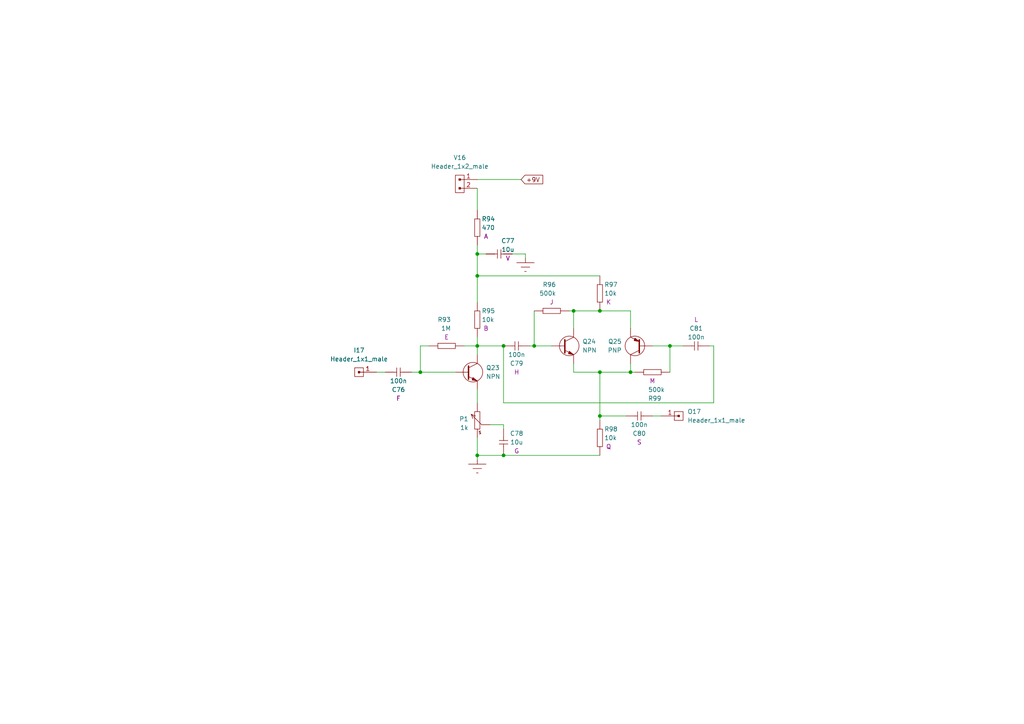
<source format=kicad_sch>
(kicad_sch (version 20211123) (generator eeschema)
  (paper "A4")
  (title_block (title "Pushme Pullyou") (date "2024-04-26") (rev "1") (company "https://github.com/dvhx/ultimate-soldering-exercise"))
  (lib_symbols
    (symbol "dvhx-kicad-library:C" (pin_numbers hide) (pin_names hide)
      (property "Reference" "C" (at 2.286 1.016 0))
      (property "Value" "C" (at 2.286 -1.27 0))
      (symbol "C_0_1"
        (polyline (pts (xy 0 -0.508) (xy 0 -1.27)))
        (polyline (pts (xy 0 1.27) (xy 0 0.508)))
        (polyline (pts (xy 1.27 -0.508) (xy -1.27 -0.508)))
        (polyline (pts (xy 1.27 0.508) (xy -1.27 0.508)))
      )
      (symbol "C_1_1"
        (pin passive line (at 0 3.81 270) (length 2.54) (name "1") (number "1"))
        (pin passive line (at 0 -3.81 90) (length 2.54) (name "2") (number "2"))
      )
    )
    (symbol "dvhx-kicad-library:GND" (power) (pin_numbers hide) (pin_names hide)
      (symbol "GND_0_1"
        (polyline (pts (xy -2.54 -1.27) (xy 2.54 -1.27)))
        (polyline (pts (xy -1.27 -2.54) (xy 1.27 -2.54)))
        (polyline (pts (xy -0.254 -3.81) (xy 0.254 -3.81)))
      )
      (symbol "GND_1_1"
        (pin power_in line (at 0 0 270) (length 1.27) (name "GND") (number "GND"))
      )
    )
    (symbol "dvhx-kicad-library:Header_1x1_male" (pin_names hide)
      (property "Reference" "J" (at -0.254 2.286 0))
      (property "Value" "Header_1x1_male" (at 0 4.191 0))
      (symbol "Header_1x1_male_0_1"
        (rectangle (start -1.27 1.27) (end 1.27 -1.27))
        (rectangle (start -0.254 0.254) (end 0.254 -0.254) (fill (type outline)))
      )
      (symbol "Header_1x1_male_1_1"
        (pin passive line (at -5.08 0 0) (length 5.08) (name "1") (number "1"))
      )
    )
    (symbol "dvhx-kicad-library:Header_1x2_male" (pin_names hide)
      (property "Reference" "J" (at -0.254 2.286 0))
      (property "Value" "Header_1x2_male" (at 0 4.191 0))
      (symbol "Header_1x2_male_0_1"
        (rectangle (start -1.27 1.27) (end 1.27 -3.81))
        (rectangle (start -0.254 -2.286) (end 0.254 -2.794) (fill (type outline)))
        (rectangle (start -0.254 0.254) (end 0.254 -0.254) (fill (type outline)))
      )
      (symbol "Header_1x2_male_1_1"
        (pin passive line (at -5.08 0 0) (length 5.08) (name "1") (number "1"))
        (pin passive line (at -5.08 -2.54 0) (length 5.08) (name "2") (number "2"))
      )
    )
    (symbol "dvhx-kicad-library:NPN" (pin_numbers hide) (pin_names hide)
      (property "Reference" "Q" (at 2.54 1.016 0))
      (property "Value" "NPN" (at 3.81 -1.016 0))
      (symbol "NPN_0_1"
        (circle (center -1.27 0) (radius 2.8398))
        (polyline (pts (xy -3.81 0) (xy -2.54 0)))
        (polyline (pts (xy -2.54 1.778) (xy -2.54 -2.032)) (stroke (width 0.4)))
        (polyline (pts (xy 0 -2.54) (xy -2.54 -1.27)))
        (polyline (pts (xy 0 2.54) (xy -2.54 1.27)))
        (polyline (pts (xy 0 -2.54) (xy -1.524 -2.286) (xy -1.27 -1.524) (xy 0 -2.54)) (fill (type outline)))
      )
      (symbol "NPN_1_1"
        (pin input line (at -6.35 0 0) (length 2.54) (name "B") (number "B"))
        (pin passive line (at 0 5.08 270) (length 2.54) (name "C") (number "C"))
        (pin passive line (at 0 -5.08 90) (length 2.54) (name "E") (number "E"))
      )
    )
    (symbol "dvhx-kicad-library:PNP" (pin_numbers hide) (pin_names hide)
      (property "Reference" "Q" (at 2.54 1.016 0))
      (property "Value" "PNP" (at 3.81 -1.016 0))
      (symbol "PNP_0_1"
        (circle (center -1.27 0) (radius 2.8398))
        (polyline (pts (xy -3.81 0) (xy -2.54 0)))
        (polyline (pts (xy -2.54 1.778) (xy -2.54 -2.032)) (stroke (width 0.4)))
        (polyline (pts (xy 0 -2.54) (xy -2.54 -1.27)))
        (polyline (pts (xy 0 2.54) (xy -2.54 1.27)))
        (polyline (pts (xy -2.54 1.27) (xy -1.27 2.286) (xy -1.016 1.524) (xy -2.54 1.27)) (fill (type outline)))
      )
      (symbol "PNP_1_1"
        (pin input line (at -6.35 0 0) (length 2.54) (name "B") (number "B"))
        (pin passive line (at 0 -5.08 90) (length 2.54) (name "C") (number "C"))
        (pin passive line (at 0 5.08 270) (length 2.54) (name "E") (number "E"))
      )
    )
    (symbol "dvhx-kicad-library:Potentiometer" (pin_numbers hide) (pin_names hide)
      (property "Reference" "P" (at 2.032 1.016 0))
      (property "Value" "Potentiometer" (at 2.032 -1.016 0))
      (symbol "Potentiometer_0_0"
        (text "S" (at -0.762 -3.556 0) (effects (font (size 0.8 0.8))))
      )
      (symbol "Potentiometer_0_1"
        (polyline (pts (xy 1.778 1.778) (xy 0.508 1.27)))
        (polyline (pts (xy -1.27 -1.27) (xy 1.778 1.778) (xy 1.27 0.508)))
        (polyline (pts (xy -0.762 2.54) (xy 0.762 2.54) (xy 0.762 -2.54) (xy -0.762 -2.54) (xy -0.762 2.54)))
      )
      (symbol "Potentiometer_1_1"
        (pin passive line (at 0 5.08 270) (length 2.54) (name "E") (number "E"))
        (pin passive line (at 0 -5.08 90) (length 2.54) (name "S") (number "S"))
        (pin passive line (at -3.81 -1.27 0) (length 2.54) (name "W") (number "W"))
      )
    )
    (symbol "dvhx-kicad-library:R" (pin_numbers hide) (pin_names hide)
      (property "Reference" "R" (at 2.032 1.016 0))
      (property "Value" "R" (at 2.032 -1.016 0))
      (symbol "R_0_1"
        (polyline (pts (xy -0.762 2.54) (xy 0.762 2.54) (xy 0.762 -2.54) (xy -0.762 -2.54) (xy -0.762 2.54)))
      )
      (symbol "R_1_1"
        (pin passive line (at 0 5.08 270) (length 2.54) (name "1") (number "1"))
        (pin passive line (at 0 -5.08 90) (length 2.54) (name "2") (number "2"))
      )
    )
  )
  (junction (at 173.99 120.65))
  (junction (at 121.92 107.95))
  (junction (at 182.88 107.95))
  (junction (at 138.43 132.08))
  (junction (at 154.94 100.33))
  (junction (at 194.31 100.33))
  (junction (at 146.05 100.33))
  (junction (at 173.99 90.17))
  (junction (at 146.05 132.08))
  (junction (at 173.99 107.95))
  (junction (at 166.37 90.17))
  (junction (at 138.43 80.01))
  (junction (at 138.43 100.33))
  (junction (at 138.43 73.66))
  (wire (pts (xy 166.37 90.17) (xy 166.37 95.25)))
  (wire (pts (xy 146.05 132.08) (xy 173.99 132.08)))
  (wire (pts (xy 166.37 107.95) (xy 166.37 105.41)))
  (wire (pts (xy 138.43 100.33) (xy 138.43 102.87)))
  (wire (pts (xy 154.94 90.17) (xy 154.94 100.33)))
  (wire (pts (xy 173.99 90.17) (xy 182.88 90.17)))
  (wire (pts (xy 166.37 107.95) (xy 173.99 107.95)))
  (wire (pts (xy 132.08 107.95) (xy 121.92 107.95)))
  (wire (pts (xy 121.92 100.33) (xy 124.46 100.33)))
  (wire (pts (xy 207.01 116.84) (xy 207.01 100.33)))
  (wire (pts (xy 138.43 127) (xy 138.43 132.08)))
  (wire (pts (xy 189.23 100.33) (xy 194.31 100.33)))
  (wire (pts (xy 138.43 97.79) (xy 138.43 100.33)))
  (wire (pts (xy 138.43 132.08) (xy 138.43 133.35)))
  (wire (pts (xy 138.43 132.08) (xy 146.05 132.08)))
  (wire (pts (xy 152.4 73.66) (xy 152.4 74.93)))
  (wire (pts (xy 138.43 100.33) (xy 146.05 100.33)))
  (wire (pts (xy 166.37 90.17) (xy 173.99 90.17)))
  (wire (pts (xy 182.88 107.95) (xy 182.88 105.41)))
  (wire (pts (xy 138.43 80.01) (xy 138.43 87.63)))
  (wire (pts (xy 207.01 100.33) (xy 205.74 100.33)))
  (wire (pts (xy 148.59 73.66) (xy 152.4 73.66)))
  (wire (pts (xy 146.05 116.84) (xy 207.01 116.84)))
  (wire (pts (xy 134.62 100.33) (xy 138.43 100.33)))
  (wire (pts (xy 173.99 107.95) (xy 182.88 107.95)))
  (wire (pts (xy 119.38 107.95) (xy 121.92 107.95)))
  (wire (pts (xy 181.61 120.65) (xy 173.99 120.65)))
  (wire (pts (xy 138.43 73.66) (xy 138.43 80.01)))
  (wire (pts (xy 121.92 100.33) (xy 121.92 107.95)))
  (wire (pts (xy 142.24 123.19) (xy 146.05 123.19)))
  (wire (pts (xy 189.23 120.65) (xy 191.77 120.65)))
  (wire (pts (xy 146.05 100.33) (xy 146.05 116.84)))
  (wire (pts (xy 182.88 107.95) (xy 184.15 107.95)))
  (wire (pts (xy 198.12 100.33) (xy 194.31 100.33)))
  (wire (pts (xy 109.22 107.95) (xy 111.76 107.95)))
  (wire (pts (xy 146.05 124.46) (xy 146.05 123.19)))
  (wire (pts (xy 140.97 73.66) (xy 138.43 73.66)))
  (wire (pts (xy 165.1 90.17) (xy 166.37 90.17)))
  (wire (pts (xy 194.31 107.95) (xy 194.31 100.33)))
  (wire (pts (xy 154.94 100.33) (xy 160.02 100.33)))
  (wire (pts (xy 138.43 113.03) (xy 138.43 116.84)))
  (wire (pts (xy 151.13 52.07) (xy 138.43 52.07)))
  (wire (pts (xy 182.88 95.25) (xy 182.88 90.17)))
  (wire (pts (xy 138.43 54.61) (xy 138.43 60.96)))
  (wire (pts (xy 138.43 71.12) (xy 138.43 73.66)))
  (wire (pts (xy 153.67 100.33) (xy 154.94 100.33)))
  (wire (pts (xy 173.99 120.65) (xy 173.99 121.92)))
  (wire (pts (xy 138.43 80.01) (xy 173.99 80.01)))
  (wire (pts (xy 173.99 107.95) (xy 173.99 120.65)))
  (global_label "+9V" (shape input) (at 151.13 52.07 0) (property "Intersheet References" "${INTERSHEET_REFS}" (effects hide)))
  (symbol (lib_id "dvhx-kicad-library:Header_1x2_male") (at 133.35 52.07 0) (mirror y) (unit 1)
    (property "Reference" "V16" (at 133.35 45.72 0))
    (property "Value" "Header_1x2_male" (at 133.35 48.26 0))
    (property "Footprint" "dvhx-kicad-library:Header_1x2_male_upright" (effects hide))
  )
  (symbol (lib_id "dvhx-kicad-library:R") (at 173.99 85.09 0) (unit 1)
    (property "Reference" "R97" (at 175.26 82.55 0) (effects (justify left)))
    (property "Value" "10k" (at 175.26 85.09 0) (effects (justify left)))
    (property "Footprint" "dvhx-kicad-library:Resistor_0805" (effects hide))
    (property "Field4" "K" (at 176.53 87.63 0))
  )
  (symbol (lib_id "dvhx-kicad-library:R") (at 160.02 90.17 90) (unit 1)
    (property "Reference" "R96" (at 161.29 82.55 90) (effects (justify left)))
    (property "Value" "500k" (at 161.29 85.09 90) (effects (justify left)))
    (property "Footprint" "dvhx-kicad-library:Resistor_0805" (effects hide))
    (property "Field4" "J" (at 160.02 87.63 90))
  )
  (symbol (lib_id "dvhx-kicad-library:NPN") (at 138.43 107.95 0) (unit 1)
    (property "Reference" "Q23" (at 140.97 106.6799 0) (effects (justify left)))
    (property "Value" "NPN" (at 140.97 109.2199 0) (effects (justify left)))
    (property "Footprint" "dvhx-kicad-library:SOT23-BEC" (effects hide))
  )
  (symbol (lib_id "dvhx-kicad-library:C") (at 149.86 100.33 270) (unit 1)
    (property "Reference" "C79" (at 149.86 105.41 90))
    (property "Value" "100n" (at 149.86 102.87 90))
    (property "Footprint" "dvhx-kicad-library:Capacitor_0805" (effects hide))
    (property "Field4" "H" (at 149.86 107.95 90))
  )
  (symbol (lib_id "dvhx-kicad-library:R") (at 173.99 127 0) (unit 1)
    (property "Reference" "R98" (at 175.26 124.46 0) (effects (justify left)))
    (property "Value" "10k" (at 175.26 127 0) (effects (justify left)))
    (property "Footprint" "dvhx-kicad-library:Resistor_0805" (effects hide))
    (property "Field4" "Q" (at 176.53 129.54 0))
  )
  (symbol (lib_id "dvhx-kicad-library:Header_1x1_male") (at 196.85 120.65 0) (unit 1)
    (property "Reference" "O17" (at 199.39 119.3799 0) (effects (justify left)))
    (property "Value" "Header_1x1_male" (at 199.39 121.9199 0) (effects (justify left)))
    (property "Footprint" "dvhx-kicad-library:Header_1x1_male_upright" (effects hide))
  )
  (symbol (lib_id "dvhx-kicad-library:NPN") (at 166.37 100.33 0) (unit 1)
    (property "Reference" "Q24" (at 168.91 99.0599 0) (effects (justify left)))
    (property "Value" "NPN" (at 168.91 101.5999 0) (effects (justify left)))
    (property "Footprint" "dvhx-kicad-library:SOT23-BEC" (effects hide))
  )
  (symbol (lib_id "dvhx-kicad-library:C") (at 201.93 100.33 90) (unit 1)
    (property "Reference" "C81" (at 201.93 95.25 90))
    (property "Value" "100n" (at 201.93 97.79 90))
    (property "Footprint" "dvhx-kicad-library:Capacitor_0805" (effects hide))
    (property "Field4" "L" (at 201.93 92.71 90))
  )
  (symbol (lib_id "dvhx-kicad-library:Header_1x1_male") (at 104.14 107.95 180) (unit 1)
    (property "Reference" "I17" (at 104.14 101.6 0))
    (property "Value" "Header_1x1_male" (at 104.14 104.14 0))
    (property "Footprint" "dvhx-kicad-library:Header_1x1_male_upright" (effects hide))
  )
  (symbol (lib_id "dvhx-kicad-library:R") (at 138.43 66.04 0) (unit 1)
    (property "Reference" "R94" (at 139.7 63.5 0) (effects (justify left)))
    (property "Value" "470" (at 139.7 66.04 0) (effects (justify left)))
    (property "Footprint" "dvhx-kicad-library:Resistor_0805" (effects hide))
    (property "Field4" "A" (at 140.97 68.58 0))
  )
  (symbol (lib_id "dvhx-kicad-library:C") (at 144.78 73.66 270) (unit 1)
    (property "Reference" "C77" (at 147.32 69.85 90))
    (property "Value" "10u" (at 147.32 72.39 90))
    (property "Footprint" "dvhx-kicad-library:Capacitor_0805" (effects hide))
    (property "Field4" "V" (at 147.32 74.93 90))
  )
  (symbol (lib_id "dvhx-kicad-library:C") (at 115.57 107.95 270) (unit 1)
    (property "Reference" "C76" (at 115.57 113.03 90))
    (property "Value" "100n" (at 115.57 110.49 90))
    (property "Footprint" "dvhx-kicad-library:Capacitor_0805" (effects hide))
    (property "Field4" "F" (at 115.57 115.57 90))
  )
  (symbol (lib_id "dvhx-kicad-library:R") (at 129.54 100.33 90) (unit 1)
    (property "Reference" "R93" (at 130.81 92.71 90) (effects (justify left)))
    (property "Value" "1M" (at 130.81 95.25 90) (effects (justify left)))
    (property "Footprint" "dvhx-kicad-library:Resistor_0805" (effects hide))
    (property "Field4" "E" (at 129.54 97.79 90))
  )
  (symbol (lib_id "dvhx-kicad-library:C") (at 185.42 120.65 270) (unit 1)
    (property "Reference" "C80" (at 185.42 125.73 90))
    (property "Value" "100n" (at 185.42 123.19 90))
    (property "Footprint" "dvhx-kicad-library:Capacitor_0805" (effects hide))
    (property "Field4" "S" (at 185.42 128.27 90))
  )
  (symbol (lib_id "dvhx-kicad-library:Potentiometer") (at 138.43 121.92 0) (mirror y) (unit 1)
    (property "Reference" "P1" (at 135.89 121.5174 0) (effects (justify left)))
    (property "Value" "1k" (at 135.89 124.0574 0) (effects (justify left)))
    (property "Footprint" "dvhx-kicad-library:Resistor_trimmer_RM065" (effects hide))
  )
  (symbol (lib_id "dvhx-kicad-library:C") (at 146.05 128.27 0) (unit 1)
    (property "Reference" "C78" (at 149.86 125.73 0))
    (property "Value" "10u" (at 149.86 128.27 0))
    (property "Footprint" "dvhx-kicad-library:Capacitor_0805" (effects hide))
    (property "Field4" "G" (at 149.86 130.81 0))
  )
  (symbol (lib_id "dvhx-kicad-library:R") (at 138.43 92.71 0) (unit 1)
    (property "Reference" "R95" (at 139.7 90.17 0) (effects (justify left)))
    (property "Value" "10k" (at 139.7 92.71 0) (effects (justify left)))
    (property "Footprint" "dvhx-kicad-library:Resistor_0805" (effects hide))
    (property "Field4" "B" (at 140.97 95.25 0))
  )
  (symbol (lib_id "dvhx-kicad-library:GND") (at 152.4 74.93 0) (unit 1)
    (property "Reference" "#GND033" (effects hide))
    (property "Value" "GND" (effects hide))
  )
  (symbol (lib_id "dvhx-kicad-library:GND") (at 138.43 133.35 0) (unit 1)
    (property "Reference" "#GND032" (effects hide))
    (property "Value" "GND" (effects hide))
  )
  (symbol (lib_id "dvhx-kicad-library:R") (at 189.23 107.95 270) (unit 1)
    (property "Reference" "R99" (at 187.96 115.57 90) (effects (justify left)))
    (property "Value" "500k" (at 187.96 113.03 90) (effects (justify left)))
    (property "Footprint" "dvhx-kicad-library:Resistor_0805" (effects hide))
    (property "Field4" "M" (at 189.23 110.49 90))
  )
  (symbol (lib_id "dvhx-kicad-library:PNP") (at 182.88 100.33 0) (mirror y) (unit 1)
    (property "Reference" "Q25" (at 180.34 99.0599 0) (effects (justify left)))
    (property "Value" "PNP" (at 180.34 101.5999 0) (effects (justify left)))
    (property "Footprint" "dvhx-kicad-library:SOT23-BEC" (effects hide))
  )
)
</source>
